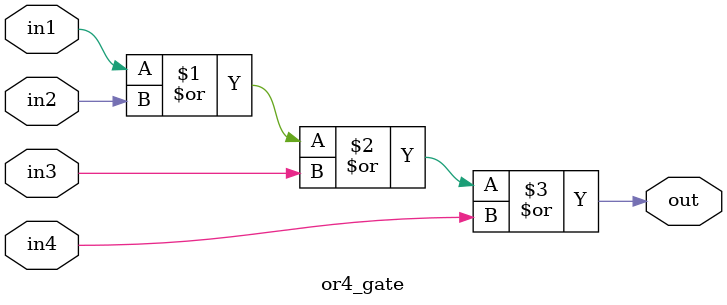
<source format=v>
`timescale 1ns / 1ps




//Behavioral Mux

//module m41 ( a, b, c, d, s0, s1, out);

//input wire a, b, c, d;
//input wire s0, s1;
//output reg out;

//always @ (a or b or c or d or s0, s1)
//begin

//case (s0 | s1)
//2'b00 : out <= a;
//2'b01 : out <= b;
//2'b10 : out <= c;
//2'b11 : out <= d;
//endcase

//end

//endmodule


//Structual Mux
module Mux(out, a, b, c, d, sel);
    output out;
    input a, b, c, d;
    input [1:0] sel;  // 2-bit select signal
    wire s0 = sel[0], s1 = sel[1];  // Individual bits of the select signal
    wire s0bar, s1bar, T1, T2, T3, T4;

    not_gate u1(s1bar, s1);
    not_gate u2(s0bar, s0);

    and3_gate u3(T1, a, s0bar, s1bar);
    and3_gate u4(T2, b, s0, s1bar);
    and3_gate u5(T3, c, s0bar, s1);
    and3_gate u6(T4, d, s0, s1);

    or4_gate u7(out, T1, T2, T3, T4);
endmodule
module and3_gate(output out, input in1, in2, in3);
    assign out = in1 & in2 & in3;
endmodule
module not_gate(output out, input in);
    assign out = ~in;
endmodule

module or4_gate(output out, input in1, in2, in3, in4);
    assign out = in1 | in2 | in3 | in4;
endmodule
</source>
